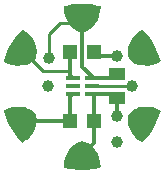
<source format=gbr>
G04 EAGLE Gerber RS-274X export*
G75*
%MOMM*%
%FSLAX34Y34*%
%LPD*%
%INTop Copper*%
%IPPOS*%
%AMOC8*
5,1,8,0,0,1.08239X$1,22.5*%
G01*
%ADD10R,1.200000X1.300000*%
%ADD11C,1.000000*%
%ADD12C,2.184400*%
%ADD13R,1.300000X0.400000*%
%ADD14R,1.400000X1.100000*%
%ADD15C,0.304800*%
%ADD16C,1.008000*%
%ADD17C,0.254000*%

G36*
X3062Y-70944D02*
X3062Y-70944D01*
X3099Y-70946D01*
X9133Y-70312D01*
X9160Y-70304D01*
X9198Y-70302D01*
X15132Y-69040D01*
X15154Y-69031D01*
X15178Y-69029D01*
X15257Y-68989D01*
X15340Y-68956D01*
X15357Y-68940D01*
X15378Y-68929D01*
X15411Y-68895D01*
X15413Y-68893D01*
X15422Y-68883D01*
X15439Y-68864D01*
X15505Y-68804D01*
X15516Y-68783D01*
X15532Y-68765D01*
X15548Y-68727D01*
X15555Y-68719D01*
X15568Y-68681D01*
X15607Y-68604D01*
X15610Y-68581D01*
X15619Y-68559D01*
X15622Y-68521D01*
X15627Y-68506D01*
X15626Y-68467D01*
X15630Y-68411D01*
X15633Y-68381D01*
X15632Y-68377D01*
X15632Y-68372D01*
X15345Y-64613D01*
X15334Y-64573D01*
X15329Y-64515D01*
X14457Y-60848D01*
X14440Y-60810D01*
X14426Y-60753D01*
X12991Y-57268D01*
X12969Y-57233D01*
X12946Y-57179D01*
X10983Y-53961D01*
X10956Y-53930D01*
X10925Y-53880D01*
X8483Y-51009D01*
X8445Y-50978D01*
X8389Y-50919D01*
X6603Y-49533D01*
X6578Y-49520D01*
X6574Y-49515D01*
X6563Y-49510D01*
X6535Y-49487D01*
X4583Y-48346D01*
X4550Y-48334D01*
X4509Y-48309D01*
X2426Y-47432D01*
X2391Y-47425D01*
X2347Y-47405D01*
X168Y-46808D01*
X92Y-46802D01*
X19Y-46786D01*
X-24Y-46791D01*
X-56Y-46788D01*
X-100Y-46800D01*
X-168Y-46808D01*
X-2347Y-47405D01*
X-2379Y-47421D01*
X-2426Y-47432D01*
X-4509Y-48309D01*
X-4539Y-48328D01*
X-4583Y-48346D01*
X-6535Y-49487D01*
X-6561Y-49510D01*
X-6603Y-49533D01*
X-8389Y-50919D01*
X-8422Y-50956D01*
X-8483Y-51009D01*
X-10925Y-53880D01*
X-10946Y-53916D01*
X-10983Y-53961D01*
X-12946Y-57179D01*
X-12961Y-57217D01*
X-12991Y-57268D01*
X-14426Y-60753D01*
X-14435Y-60794D01*
X-14457Y-60848D01*
X-15329Y-64515D01*
X-15331Y-64556D01*
X-15345Y-64613D01*
X-15632Y-68372D01*
X-15630Y-68395D01*
X-15634Y-68419D01*
X-15622Y-68490D01*
X-15620Y-68543D01*
X-15613Y-68560D01*
X-15610Y-68595D01*
X-15599Y-68616D01*
X-15595Y-68640D01*
X-15550Y-68716D01*
X-15550Y-68717D01*
X-15536Y-68751D01*
X-15529Y-68758D01*
X-15511Y-68796D01*
X-15493Y-68813D01*
X-15481Y-68833D01*
X-15413Y-68889D01*
X-15391Y-68910D01*
X-15384Y-68917D01*
X-15382Y-68918D01*
X-15348Y-68950D01*
X-15326Y-68960D01*
X-15307Y-68975D01*
X-15170Y-69026D01*
X-15141Y-69038D01*
X-15137Y-69039D01*
X-15132Y-69040D01*
X-9198Y-70302D01*
X-9169Y-70303D01*
X-9133Y-70312D01*
X-3099Y-70946D01*
X-3071Y-70944D01*
X-3033Y-70950D01*
X3033Y-70950D01*
X3062Y-70944D01*
G37*
G36*
X-51160Y17469D02*
X-51160Y17469D01*
X-51120Y17477D01*
X-51061Y17479D01*
X-47354Y18158D01*
X-47307Y18175D01*
X-47228Y18194D01*
X-45135Y19048D01*
X-45105Y19067D01*
X-45061Y19084D01*
X-43097Y20204D01*
X-43070Y20226D01*
X-43028Y20249D01*
X-41227Y21615D01*
X-41203Y21641D01*
X-41165Y21670D01*
X-39558Y23259D01*
X-39514Y23321D01*
X-39464Y23377D01*
X-39451Y23407D01*
X-39446Y23414D01*
X-39443Y23422D01*
X-39429Y23443D01*
X-39417Y23487D01*
X-39390Y23549D01*
X-38817Y25736D01*
X-38814Y25771D01*
X-38801Y25817D01*
X-38519Y28060D01*
X-38521Y28095D01*
X-38514Y28142D01*
X-38526Y30402D01*
X-38533Y30437D01*
X-38532Y30485D01*
X-38839Y32724D01*
X-38855Y32771D01*
X-38870Y32851D01*
X-40136Y36402D01*
X-40157Y36437D01*
X-40177Y36492D01*
X-41982Y39801D01*
X-42008Y39833D01*
X-42037Y39885D01*
X-44337Y42870D01*
X-44368Y42898D01*
X-44404Y42944D01*
X-47144Y45533D01*
X-47178Y45555D01*
X-47221Y45595D01*
X-50332Y47724D01*
X-50354Y47734D01*
X-50372Y47749D01*
X-50455Y47779D01*
X-50470Y47786D01*
X-50486Y47794D01*
X-50489Y47794D01*
X-50537Y47816D01*
X-50561Y47817D01*
X-50583Y47825D01*
X-50672Y47825D01*
X-50761Y47831D01*
X-50783Y47824D01*
X-50807Y47824D01*
X-50891Y47792D01*
X-50976Y47767D01*
X-50995Y47752D01*
X-51017Y47744D01*
X-51093Y47682D01*
X-51116Y47668D01*
X-51129Y47651D01*
X-51131Y47650D01*
X-51155Y47632D01*
X-51157Y47628D01*
X-51162Y47625D01*
X-55221Y43117D01*
X-55236Y43092D01*
X-55263Y43065D01*
X-58828Y38157D01*
X-58841Y38131D01*
X-58864Y38102D01*
X-61898Y32848D01*
X-61907Y32821D01*
X-61928Y32789D01*
X-64395Y27247D01*
X-64402Y27219D01*
X-64419Y27185D01*
X-66293Y21416D01*
X-66297Y21392D01*
X-66306Y21370D01*
X-66312Y21282D01*
X-66324Y21193D01*
X-66319Y21170D01*
X-66320Y21146D01*
X-66295Y21061D01*
X-66275Y20974D01*
X-66262Y20954D01*
X-66255Y20932D01*
X-66202Y20861D01*
X-66153Y20786D01*
X-66134Y20772D01*
X-66120Y20753D01*
X-65997Y20670D01*
X-65973Y20652D01*
X-65969Y20651D01*
X-65965Y20648D01*
X-62566Y19018D01*
X-62526Y19007D01*
X-62473Y18982D01*
X-58861Y17904D01*
X-58820Y17899D01*
X-58764Y17883D01*
X-55028Y17383D01*
X-54987Y17385D01*
X-54928Y17378D01*
X-51160Y17469D01*
G37*
G36*
X54969Y17384D02*
X54969Y17384D01*
X55028Y17383D01*
X58764Y17883D01*
X58803Y17896D01*
X58861Y17904D01*
X62473Y18982D01*
X62510Y19001D01*
X62566Y19018D01*
X65965Y20648D01*
X65984Y20662D01*
X66006Y20670D01*
X66074Y20727D01*
X66146Y20779D01*
X66160Y20799D01*
X66178Y20814D01*
X66222Y20891D01*
X66271Y20965D01*
X66277Y20989D01*
X66289Y21009D01*
X66303Y21097D01*
X66323Y21184D01*
X66321Y21207D01*
X66324Y21231D01*
X66300Y21377D01*
X66296Y21406D01*
X66294Y21410D01*
X66293Y21416D01*
X64419Y27185D01*
X64405Y27211D01*
X64395Y27247D01*
X61928Y32789D01*
X61911Y32813D01*
X61898Y32848D01*
X58864Y38102D01*
X58846Y38124D01*
X58828Y38157D01*
X55263Y43065D01*
X55242Y43085D01*
X55221Y43117D01*
X51162Y47625D01*
X51143Y47639D01*
X51129Y47659D01*
X51099Y47679D01*
X51087Y47691D01*
X51054Y47709D01*
X50984Y47762D01*
X50962Y47769D01*
X50942Y47783D01*
X50855Y47803D01*
X50770Y47830D01*
X50746Y47828D01*
X50723Y47834D01*
X50635Y47823D01*
X50546Y47818D01*
X50524Y47809D01*
X50501Y47806D01*
X50453Y47782D01*
X50450Y47782D01*
X50444Y47778D01*
X50368Y47741D01*
X50340Y47729D01*
X50337Y47726D01*
X50332Y47724D01*
X47221Y45595D01*
X47192Y45566D01*
X47144Y45533D01*
X44404Y42944D01*
X44380Y42911D01*
X44337Y42870D01*
X42037Y39885D01*
X42018Y39848D01*
X41982Y39801D01*
X40177Y36492D01*
X40164Y36453D01*
X40136Y36402D01*
X38870Y32851D01*
X38862Y32802D01*
X38839Y32724D01*
X38532Y30485D01*
X38534Y30450D01*
X38526Y30402D01*
X38514Y28142D01*
X38520Y28107D01*
X38519Y28060D01*
X38801Y25817D01*
X38812Y25783D01*
X38817Y25736D01*
X39390Y23549D01*
X39422Y23481D01*
X39445Y23409D01*
X39463Y23385D01*
X39465Y23382D01*
X39471Y23375D01*
X39485Y23346D01*
X39517Y23314D01*
X39558Y23259D01*
X41165Y21670D01*
X41194Y21650D01*
X41227Y21615D01*
X43028Y20249D01*
X43060Y20233D01*
X43097Y20204D01*
X45061Y19084D01*
X45094Y19072D01*
X45135Y19048D01*
X47228Y18194D01*
X47277Y18184D01*
X47354Y18158D01*
X51061Y17479D01*
X51102Y17479D01*
X51160Y17469D01*
X54928Y17378D01*
X54969Y17384D01*
G37*
G36*
X50783Y-47824D02*
X50783Y-47824D01*
X50807Y-47824D01*
X50891Y-47792D01*
X50976Y-47767D01*
X50995Y-47752D01*
X51017Y-47744D01*
X51131Y-47650D01*
X51155Y-47632D01*
X51157Y-47628D01*
X51162Y-47625D01*
X55221Y-43117D01*
X55236Y-43092D01*
X55263Y-43065D01*
X58828Y-38157D01*
X58841Y-38131D01*
X58864Y-38102D01*
X61898Y-32848D01*
X61907Y-32821D01*
X61928Y-32789D01*
X64395Y-27247D01*
X64402Y-27219D01*
X64419Y-27185D01*
X66293Y-21416D01*
X66297Y-21392D01*
X66306Y-21370D01*
X66312Y-21282D01*
X66324Y-21193D01*
X66319Y-21170D01*
X66320Y-21146D01*
X66295Y-21061D01*
X66275Y-20974D01*
X66262Y-20954D01*
X66255Y-20932D01*
X66202Y-20861D01*
X66153Y-20786D01*
X66134Y-20772D01*
X66120Y-20753D01*
X65997Y-20670D01*
X65973Y-20652D01*
X65969Y-20651D01*
X65965Y-20648D01*
X62566Y-19018D01*
X62526Y-19007D01*
X62473Y-18982D01*
X58861Y-17904D01*
X58820Y-17899D01*
X58764Y-17883D01*
X55028Y-17383D01*
X54987Y-17385D01*
X54928Y-17378D01*
X51160Y-17469D01*
X51120Y-17477D01*
X51061Y-17479D01*
X47354Y-18158D01*
X47307Y-18175D01*
X47228Y-18194D01*
X45135Y-19048D01*
X45105Y-19067D01*
X45061Y-19084D01*
X43097Y-20204D01*
X43070Y-20226D01*
X43028Y-20249D01*
X41227Y-21615D01*
X41203Y-21641D01*
X41165Y-21670D01*
X39558Y-23259D01*
X39514Y-23321D01*
X39464Y-23377D01*
X39447Y-23416D01*
X39429Y-23443D01*
X39417Y-23487D01*
X39390Y-23549D01*
X38817Y-25736D01*
X38814Y-25771D01*
X38801Y-25817D01*
X38519Y-28060D01*
X38521Y-28095D01*
X38514Y-28142D01*
X38526Y-30402D01*
X38533Y-30437D01*
X38532Y-30485D01*
X38839Y-32724D01*
X38843Y-32737D01*
X38844Y-32743D01*
X38853Y-32767D01*
X38855Y-32771D01*
X38870Y-32851D01*
X40136Y-36402D01*
X40157Y-36437D01*
X40177Y-36492D01*
X41982Y-39801D01*
X42008Y-39833D01*
X42037Y-39885D01*
X44337Y-42870D01*
X44368Y-42898D01*
X44404Y-42944D01*
X47144Y-45533D01*
X47178Y-45555D01*
X47221Y-45595D01*
X50332Y-47724D01*
X50354Y-47734D01*
X50372Y-47749D01*
X50455Y-47779D01*
X50537Y-47816D01*
X50561Y-47817D01*
X50583Y-47825D01*
X50672Y-47825D01*
X50761Y-47831D01*
X50783Y-47824D01*
G37*
G36*
X-50635Y-47823D02*
X-50635Y-47823D01*
X-50546Y-47818D01*
X-50524Y-47809D01*
X-50501Y-47806D01*
X-50368Y-47741D01*
X-50340Y-47729D01*
X-50337Y-47726D01*
X-50332Y-47724D01*
X-47221Y-45595D01*
X-47192Y-45566D01*
X-47144Y-45533D01*
X-44404Y-42944D01*
X-44380Y-42911D01*
X-44337Y-42870D01*
X-42037Y-39885D01*
X-42018Y-39848D01*
X-41982Y-39801D01*
X-40177Y-36492D01*
X-40164Y-36453D01*
X-40136Y-36402D01*
X-38870Y-32851D01*
X-38862Y-32802D01*
X-38839Y-32724D01*
X-38532Y-30485D01*
X-38534Y-30450D01*
X-38526Y-30402D01*
X-38514Y-28142D01*
X-38520Y-28107D01*
X-38519Y-28060D01*
X-38801Y-25817D01*
X-38812Y-25783D01*
X-38817Y-25736D01*
X-39390Y-23549D01*
X-39422Y-23481D01*
X-39445Y-23409D01*
X-39471Y-23375D01*
X-39485Y-23346D01*
X-39517Y-23314D01*
X-39558Y-23259D01*
X-41165Y-21670D01*
X-41194Y-21650D01*
X-41227Y-21615D01*
X-43028Y-20249D01*
X-43060Y-20233D01*
X-43097Y-20204D01*
X-45061Y-19084D01*
X-45094Y-19072D01*
X-45135Y-19048D01*
X-47228Y-18194D01*
X-47277Y-18184D01*
X-47354Y-18158D01*
X-51061Y-17479D01*
X-51102Y-17479D01*
X-51160Y-17469D01*
X-54928Y-17378D01*
X-54969Y-17384D01*
X-55028Y-17383D01*
X-58764Y-17883D01*
X-58803Y-17896D01*
X-58861Y-17904D01*
X-62473Y-18982D01*
X-62510Y-19001D01*
X-62566Y-19018D01*
X-65965Y-20648D01*
X-65984Y-20662D01*
X-66006Y-20670D01*
X-66074Y-20727D01*
X-66146Y-20779D01*
X-66160Y-20799D01*
X-66178Y-20814D01*
X-66222Y-20891D01*
X-66271Y-20965D01*
X-66277Y-20989D01*
X-66289Y-21009D01*
X-66303Y-21097D01*
X-66323Y-21184D01*
X-66321Y-21207D01*
X-66324Y-21231D01*
X-66300Y-21377D01*
X-66296Y-21406D01*
X-66294Y-21410D01*
X-66293Y-21416D01*
X-64419Y-27185D01*
X-64405Y-27211D01*
X-64395Y-27247D01*
X-61928Y-32789D01*
X-61911Y-32813D01*
X-61898Y-32848D01*
X-58864Y-38102D01*
X-58846Y-38124D01*
X-58828Y-38157D01*
X-55263Y-43065D01*
X-55242Y-43085D01*
X-55221Y-43117D01*
X-51162Y-47625D01*
X-51143Y-47639D01*
X-51129Y-47659D01*
X-51055Y-47708D01*
X-50984Y-47762D01*
X-50962Y-47769D01*
X-50942Y-47783D01*
X-50855Y-47803D01*
X-50770Y-47830D01*
X-50746Y-47828D01*
X-50723Y-47834D01*
X-50635Y-47823D01*
G37*
G36*
X24Y45521D02*
X24Y45521D01*
X56Y45518D01*
X100Y45530D01*
X168Y45538D01*
X2347Y46135D01*
X2379Y46151D01*
X2426Y46162D01*
X4509Y47039D01*
X4539Y47058D01*
X4583Y47076D01*
X6535Y48217D01*
X6561Y48240D01*
X6603Y48263D01*
X8389Y49649D01*
X8422Y49686D01*
X8483Y49739D01*
X10925Y52610D01*
X10946Y52646D01*
X10983Y52691D01*
X12946Y55909D01*
X12961Y55947D01*
X12991Y55998D01*
X14426Y59483D01*
X14435Y59524D01*
X14457Y59578D01*
X15329Y63245D01*
X15331Y63286D01*
X15345Y63343D01*
X15632Y67102D01*
X15630Y67125D01*
X15634Y67149D01*
X15619Y67236D01*
X15610Y67325D01*
X15599Y67346D01*
X15595Y67370D01*
X15550Y67446D01*
X15511Y67526D01*
X15493Y67543D01*
X15481Y67563D01*
X15413Y67619D01*
X15348Y67680D01*
X15326Y67690D01*
X15307Y67705D01*
X15170Y67756D01*
X15141Y67768D01*
X15137Y67769D01*
X15132Y67770D01*
X9198Y69032D01*
X9169Y69033D01*
X9133Y69042D01*
X3099Y69676D01*
X3071Y69674D01*
X3033Y69680D01*
X-3033Y69680D01*
X-3062Y69674D01*
X-3099Y69676D01*
X-9133Y69042D01*
X-9160Y69034D01*
X-9198Y69032D01*
X-15132Y67770D01*
X-15154Y67761D01*
X-15178Y67759D01*
X-15257Y67719D01*
X-15340Y67686D01*
X-15357Y67670D01*
X-15378Y67659D01*
X-15439Y67594D01*
X-15505Y67534D01*
X-15516Y67513D01*
X-15532Y67495D01*
X-15566Y67413D01*
X-15607Y67334D01*
X-15610Y67311D01*
X-15619Y67289D01*
X-15630Y67141D01*
X-15633Y67111D01*
X-15632Y67107D01*
X-15632Y67102D01*
X-15345Y63343D01*
X-15334Y63303D01*
X-15329Y63245D01*
X-14457Y59578D01*
X-14440Y59540D01*
X-14426Y59483D01*
X-12991Y55998D01*
X-12969Y55963D01*
X-12946Y55909D01*
X-10983Y52691D01*
X-10956Y52660D01*
X-10925Y52610D01*
X-8483Y49739D01*
X-8445Y49708D01*
X-8389Y49649D01*
X-6603Y48263D01*
X-6572Y48247D01*
X-6535Y48217D01*
X-4583Y47076D01*
X-4550Y47064D01*
X-4509Y47039D01*
X-2426Y46162D01*
X-2391Y46155D01*
X-2347Y46135D01*
X-168Y45538D01*
X-92Y45532D01*
X-19Y45516D01*
X24Y45521D01*
G37*
D10*
X-10160Y-29210D03*
X10160Y-29210D03*
X-10160Y29210D03*
X10160Y29210D03*
D11*
X-29210Y0D03*
D12*
X49530Y-29210D03*
X-49530Y-29210D03*
X-49530Y29210D03*
X49530Y29210D03*
X0Y-58420D03*
X0Y57150D03*
D11*
X29210Y-46990D03*
D13*
X8000Y-6500D03*
X8000Y0D03*
X8000Y6500D03*
X-8000Y6500D03*
X-8000Y0D03*
X-8000Y-6500D03*
D14*
X29210Y-10000D03*
X29210Y10000D03*
D15*
X0Y16510D02*
X0Y57150D01*
X0Y16510D02*
X8000Y8510D01*
X8000Y6500D01*
X27210Y6500D02*
X29210Y10000D01*
X27210Y6500D02*
X8000Y6500D01*
D16*
X-27940Y24130D03*
D17*
X-27940Y44450D01*
X-19050Y53340D01*
X-3810Y53340D01*
X0Y57150D01*
D15*
X10160Y-8660D02*
X10160Y-29210D01*
X10160Y-8660D02*
X8000Y-6500D01*
X10160Y-48260D02*
X0Y-58420D01*
X10160Y-48260D02*
X10160Y-29210D01*
X29210Y-10000D02*
X25640Y-6500D01*
X8000Y-6500D01*
X13970Y25400D02*
X10160Y29210D01*
X13970Y25400D02*
X29210Y25400D01*
D16*
X29210Y25400D03*
X29210Y-25400D03*
D15*
X29210Y-10000D01*
X-10160Y-8660D02*
X-10160Y-29210D01*
X-10160Y-8660D02*
X-8000Y-6500D01*
X-10160Y-29210D02*
X-49530Y-29210D01*
X-10160Y8660D02*
X-8000Y6500D01*
X-10160Y8660D02*
X-10160Y12700D01*
X-10160Y29210D01*
D17*
X-33020Y12700D02*
X-49530Y29210D01*
X-33020Y12700D02*
X-10160Y12700D01*
D16*
X41910Y0D03*
D17*
X8000Y0D01*
M02*

</source>
